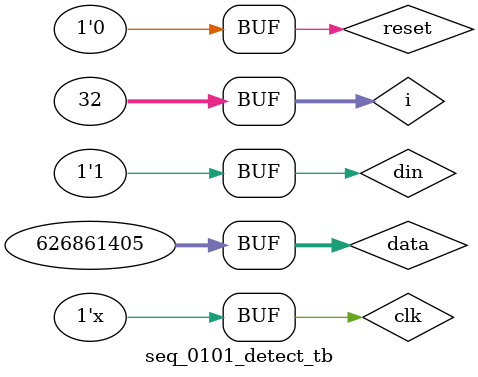
<source format=v>
module seq_0101_detect(din,clk,reset,y
    );
	 input din,clk,reset;
	 output reg y;
	 parameter s0=2'b00,s1=2'b01,s2=2'b10,s3=2'b11;
	 reg [1:0]cst,nst;
	
	 
	 always @(posedge clk)
	   begin
		 if(reset==1'b1)
		    cst<=s0;
		 else 
		   cst<=nst;
		end
	 always @(cst,din)
	   begin
		  case(cst)
		     s0 : begin
			         if(din==1'b0)
						  begin
							 y=1'b0;
						    nst<=s1;
							end
						else
						  begin
					  		 y=1'b0;
						     nst<=s0;
					     end
				end
		     s1 : begin
			         if(din==1'b1)
						  begin
						    y=1'b0;
						    nst<=s2;
							end
						else
						  begin
						     y=1'b0;
						     nst<=s1;
							  
					     end
				    end
		     s2 : begin
			         if(din==1'b0)
						  begin
                      y=1'b0;
						    nst<=s3;
							
							end
						else
						  begin
						     y=1'b0;
						     nst<=s0;
					     end
					end
		     s3 : begin
			         if(din==1'b1)
						  begin
						    y=1'b1;
						    nst<=s2;
							end
						else
						  begin
						     y=1'b0;
						     nst<=s1;
					     end
					end
			 endcase
		end
endmodule
module seq_0101_detect_tb;

	// Inputs
	reg din;
	reg clk;
	reg reset;
	reg [31:0]data;
	integer i;
	

	// Outputs
	wire y;

	// Instantiate the Design Under Test (DUT)
	seq_0101_detect dut (din,clk,reset,y
	);
	initial 
	   begin
		  clk=1'b0;
		  reset=1'b1;#15
		  reset=1'b0;
		 end
	always #5 clk=~clk;
	initial 
	  begin
	    data=32'b00100101010111010010010101011101;
		 #15;
	    for(i=0;i<32;i=i+1)
	       begin
		    din=data[31-i];#10;
			end
		end
    
endmodule


</source>
